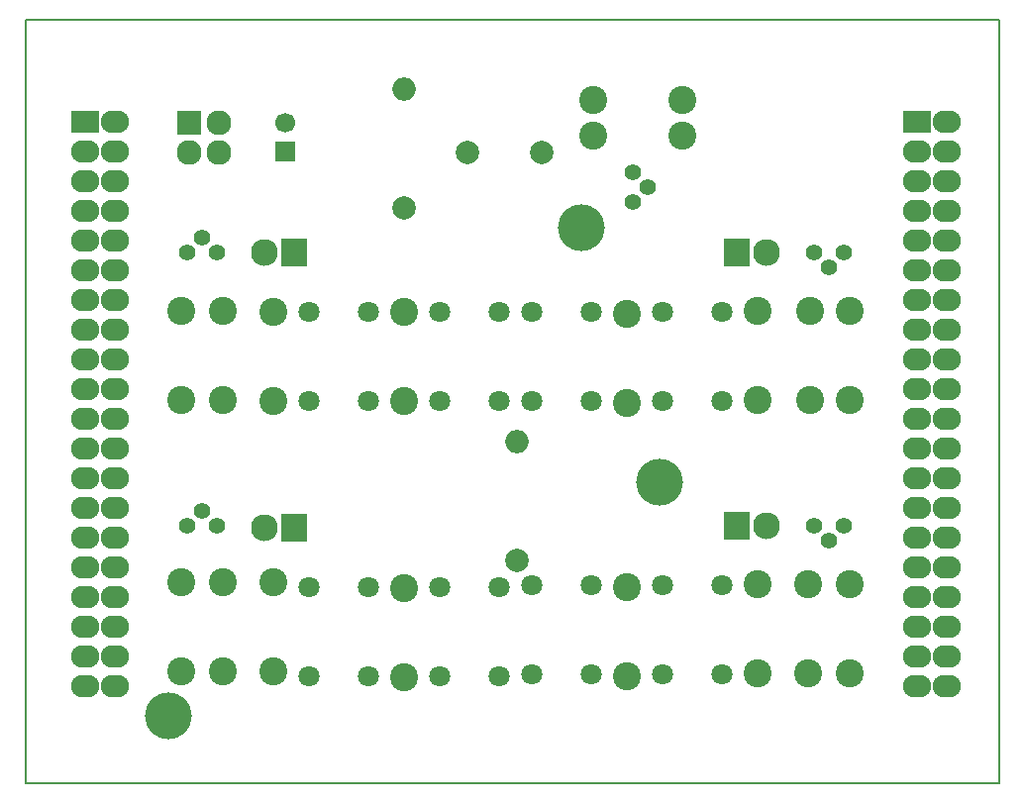
<source format=gbr>
G04 #@! TF.FileFunction,Soldermask,Top*
%FSLAX46Y46*%
G04 Gerber Fmt 4.6, Leading zero omitted, Abs format (unit mm)*
G04 Created by KiCad (PCBNEW 4.0.6-e0-6349~53~ubuntu16.04.1) date Sat Jul  1 03:26:18 2017*
%MOMM*%
%LPD*%
G01*
G04 APERTURE LIST*
%ADD10C,0.100000*%
%ADD11C,0.150000*%
%ADD12C,2.000000*%
%ADD13O,2.000000X2.000000*%
%ADD14R,2.400000X1.924000*%
%ADD15O,2.400000X1.924000*%
%ADD16R,1.700000X1.700000*%
%ADD17C,1.700000*%
%ADD18C,2.398980*%
%ADD19R,2.300000X2.400000*%
%ADD20C,2.300000*%
%ADD21C,4.000000*%
%ADD22R,2.127200X2.127200*%
%ADD23O,2.127200X2.127200*%
%ADD24C,1.400760*%
%ADD25C,1.797000*%
%ADD26C,2.000200*%
G04 APERTURE END LIST*
D10*
D11*
X196250000Y-118000000D02*
X113000000Y-118000000D01*
X196250000Y-52750000D02*
X196250000Y-118000000D01*
X113000000Y-52750000D02*
X196250000Y-52750000D01*
X113000000Y-118000000D02*
X113000000Y-52750000D01*
D12*
X145400000Y-68800000D03*
D13*
X145400000Y-58640000D03*
D14*
X189230000Y-61468000D03*
D15*
X191770000Y-61468000D03*
X189230000Y-74168000D03*
X191770000Y-64008000D03*
X189230000Y-76708000D03*
X191770000Y-66548000D03*
X189230000Y-79248000D03*
X191770000Y-69088000D03*
X189230000Y-81788000D03*
X191770000Y-71628000D03*
X189230000Y-84328000D03*
X191770000Y-74168000D03*
X189230000Y-86868000D03*
X191770000Y-76708000D03*
X189230000Y-89408000D03*
X191770000Y-79248000D03*
X189230000Y-91948000D03*
X191770000Y-81788000D03*
X189230000Y-94488000D03*
X191770000Y-84328000D03*
X189230000Y-97028000D03*
X191770000Y-86868000D03*
X189230000Y-99568000D03*
X191770000Y-89408000D03*
X191770000Y-91948000D03*
X189230000Y-102108000D03*
X191770000Y-94488000D03*
X191770000Y-99568000D03*
X191770000Y-102108000D03*
X191770000Y-104648000D03*
X191770000Y-107188000D03*
X189230000Y-104648000D03*
X189230000Y-107188000D03*
X189230000Y-64008000D03*
X189230000Y-66548000D03*
X189230000Y-69088000D03*
X189230000Y-71628000D03*
X189230000Y-109728000D03*
X191770000Y-109728000D03*
X191770000Y-97028000D03*
D14*
X118110000Y-61468000D03*
D15*
X120650000Y-61468000D03*
X118110000Y-64008000D03*
X120650000Y-64008000D03*
X118110000Y-66548000D03*
X120650000Y-66548000D03*
X118110000Y-69088000D03*
X120650000Y-69088000D03*
X118110000Y-71628000D03*
X120650000Y-71628000D03*
X118110000Y-74168000D03*
X120650000Y-74168000D03*
X118110000Y-76708000D03*
X120650000Y-76708000D03*
X118110000Y-79248000D03*
X120650000Y-79248000D03*
X118110000Y-81788000D03*
X120650000Y-81788000D03*
X118110000Y-84328000D03*
X120650000Y-84328000D03*
X118110000Y-86868000D03*
X120650000Y-86868000D03*
X118110000Y-89408000D03*
X120650000Y-89408000D03*
X118110000Y-91948000D03*
X120650000Y-91948000D03*
X118110000Y-94488000D03*
X120650000Y-94488000D03*
X118110000Y-97028000D03*
X120650000Y-97028000D03*
X118110000Y-99568000D03*
X120650000Y-99568000D03*
X118110000Y-102108000D03*
X120650000Y-102108000D03*
X118110000Y-104648000D03*
X120650000Y-104648000D03*
X118110000Y-107188000D03*
X120650000Y-107188000D03*
X118110000Y-109728000D03*
X120650000Y-109728000D03*
D16*
X135255000Y-64008000D03*
D17*
X135255000Y-61508000D03*
D18*
X164465000Y-85471000D03*
X164465000Y-77851000D03*
D19*
X136017000Y-72644000D03*
D20*
X133477000Y-72644000D03*
D19*
X173863000Y-72644000D03*
D20*
X176403000Y-72644000D03*
D19*
X136017000Y-96139000D03*
D20*
X133477000Y-96139000D03*
D19*
X173863000Y-96012000D03*
D20*
X176403000Y-96012000D03*
D21*
X125250000Y-112250000D03*
X160500000Y-70500000D03*
X167250000Y-92250000D03*
D22*
X127007800Y-61542700D03*
D23*
X129547800Y-61542700D03*
X127007800Y-64082700D03*
X129547800Y-64082700D03*
D24*
X166243000Y-67056000D03*
X164973000Y-68326000D03*
X164973000Y-65786000D03*
X128143000Y-71374000D03*
X129413000Y-72644000D03*
X126873000Y-72644000D03*
X181737000Y-73914000D03*
X180467000Y-72644000D03*
X183007000Y-72644000D03*
X128143000Y-94742000D03*
X129413000Y-96012000D03*
X126873000Y-96012000D03*
X181737000Y-97282000D03*
X180467000Y-96012000D03*
X183007000Y-96012000D03*
D18*
X134239000Y-85344000D03*
X134239000Y-77724000D03*
X145415000Y-85344000D03*
X145415000Y-77724000D03*
X175641000Y-85217000D03*
X175641000Y-77597000D03*
X145415000Y-108966000D03*
X145415000Y-101346000D03*
X134239000Y-108458000D03*
X134239000Y-100838000D03*
X175641000Y-108585000D03*
X175641000Y-100965000D03*
X164465000Y-108839000D03*
X164465000Y-101219000D03*
X169164000Y-62611000D03*
X161544000Y-62611000D03*
X169164000Y-59563000D03*
X161544000Y-59563000D03*
X129921000Y-85217000D03*
X129921000Y-77597000D03*
X126365000Y-85217000D03*
X126365000Y-77597000D03*
X180086000Y-85217000D03*
X180086000Y-77597000D03*
X183515000Y-85217000D03*
X183515000Y-77597000D03*
X129921000Y-108458000D03*
X129921000Y-100838000D03*
X126365000Y-108458000D03*
X126365000Y-100838000D03*
X179959000Y-108585000D03*
X179959000Y-100965000D03*
X183515000Y-108585000D03*
X183515000Y-100965000D03*
D12*
X155000000Y-99000000D03*
D13*
X155000000Y-88840000D03*
D25*
X137287000Y-77724000D03*
X142367000Y-77724000D03*
X137287000Y-85344000D03*
X142367000Y-85344000D03*
X148463000Y-77724000D03*
X153543000Y-77724000D03*
X148463000Y-85344000D03*
X153543000Y-85344000D03*
X172593000Y-85344000D03*
X167513000Y-85344000D03*
X172593000Y-77724000D03*
X167513000Y-77724000D03*
X161417000Y-85344000D03*
X156337000Y-85344000D03*
X161417000Y-77724000D03*
X156337000Y-77724000D03*
X148463000Y-101219000D03*
X153543000Y-101219000D03*
X148463000Y-108839000D03*
X153543000Y-108839000D03*
X137287000Y-101219000D03*
X142367000Y-101219000D03*
X137287000Y-108839000D03*
X142367000Y-108839000D03*
X172593000Y-108712000D03*
X167513000Y-108712000D03*
X172593000Y-101092000D03*
X167513000Y-101092000D03*
X161417000Y-108712000D03*
X156337000Y-108712000D03*
X161417000Y-101092000D03*
X156337000Y-101092000D03*
D26*
X157178971Y-64124429D03*
X150828971Y-64124429D03*
M02*

</source>
